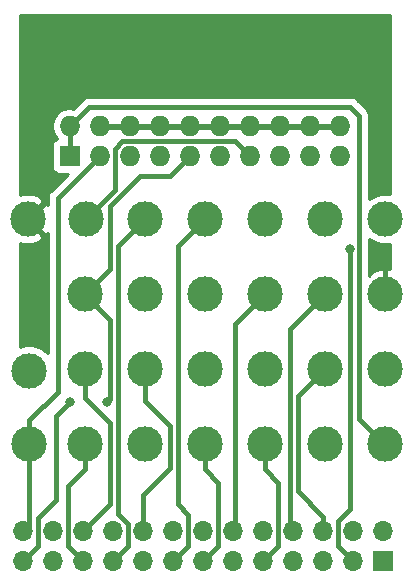
<source format=gbr>
G04 #@! TF.GenerationSoftware,KiCad,Pcbnew,(5.1.9)-1*
G04 #@! TF.CreationDate,2021-02-23T11:48:30+09:00*
G04 #@! TF.ProjectId,debugger,64656275-6767-4657-922e-6b696361645f,rev?*
G04 #@! TF.SameCoordinates,Original*
G04 #@! TF.FileFunction,Copper,L1,Top*
G04 #@! TF.FilePolarity,Positive*
%FSLAX46Y46*%
G04 Gerber Fmt 4.6, Leading zero omitted, Abs format (unit mm)*
G04 Created by KiCad (PCBNEW (5.1.9)-1) date 2021-02-23 11:48:30*
%MOMM*%
%LPD*%
G01*
G04 APERTURE LIST*
G04 #@! TA.AperFunction,ComponentPad*
%ADD10O,1.700000X1.700000*%
G04 #@! TD*
G04 #@! TA.AperFunction,ComponentPad*
%ADD11R,1.700000X1.700000*%
G04 #@! TD*
G04 #@! TA.AperFunction,ComponentPad*
%ADD12R,1.727200X1.727200*%
G04 #@! TD*
G04 #@! TA.AperFunction,ComponentPad*
%ADD13O,1.727200X1.727200*%
G04 #@! TD*
G04 #@! TA.AperFunction,ComponentPad*
%ADD14C,3.000000*%
G04 #@! TD*
G04 #@! TA.AperFunction,ViaPad*
%ADD15C,0.800000*%
G04 #@! TD*
G04 #@! TA.AperFunction,Conductor*
%ADD16C,0.400000*%
G04 #@! TD*
G04 #@! TA.AperFunction,Conductor*
%ADD17C,0.254000*%
G04 #@! TD*
G04 #@! TA.AperFunction,Conductor*
%ADD18C,0.100000*%
G04 #@! TD*
G04 APERTURE END LIST*
D10*
X20828000Y-61595000D03*
X20828000Y-64135000D03*
X23368000Y-61595000D03*
X23368000Y-64135000D03*
X25908000Y-61595000D03*
X25908000Y-64135000D03*
X28448000Y-61595000D03*
X28448000Y-64135000D03*
X30988000Y-61595000D03*
X30988000Y-64135000D03*
X33528000Y-61595000D03*
X33528000Y-64135000D03*
X36068000Y-61595000D03*
X36068000Y-64135000D03*
X38608000Y-61595000D03*
X38608000Y-64135000D03*
X41148000Y-61595000D03*
X41148000Y-64135000D03*
X43688000Y-61595000D03*
X43688000Y-64135000D03*
X46228000Y-61595000D03*
X46228000Y-64135000D03*
X48768000Y-61595000D03*
X48768000Y-64135000D03*
X51308000Y-61595000D03*
D11*
X51308000Y-64135000D03*
D12*
X24765000Y-29845000D03*
D13*
X24765000Y-27305000D03*
X27305000Y-29845000D03*
X27305000Y-27305000D03*
X29845000Y-29845000D03*
X29845000Y-27305000D03*
X32385000Y-29845000D03*
X32385000Y-27305000D03*
X34925000Y-29845000D03*
X34925000Y-27305000D03*
X37465000Y-29845000D03*
X37465000Y-27305000D03*
X40005000Y-29845000D03*
X40005000Y-27305000D03*
X42545000Y-29845000D03*
X42545000Y-27305000D03*
X45085000Y-29845000D03*
X45085000Y-27305000D03*
X47625000Y-29845000D03*
X47625000Y-27305000D03*
D14*
X21209000Y-35179000D03*
X31115000Y-54229000D03*
X31115000Y-35179000D03*
X31115000Y-47879000D03*
X36195000Y-41529000D03*
X36195000Y-35179000D03*
X36195000Y-47879000D03*
X36195000Y-54229000D03*
X41275000Y-41529000D03*
X41275000Y-35179000D03*
X31115000Y-41529000D03*
X41275000Y-47879000D03*
X41275000Y-54229000D03*
X46355000Y-41529000D03*
X46355000Y-35179000D03*
X46355000Y-47879000D03*
X46355000Y-54229000D03*
X51435000Y-35179000D03*
X26035000Y-54229000D03*
X21336000Y-54229000D03*
X26035000Y-47879000D03*
X26162000Y-35179000D03*
X21336000Y-48006000D03*
X26035000Y-41529000D03*
X51435000Y-41529000D03*
X51435000Y-47879000D03*
X51435000Y-54229000D03*
D15*
X51435000Y-28448000D03*
X21209000Y-28448000D03*
X21209000Y-18542000D03*
X51435000Y-18542000D03*
X48475990Y-37719000D03*
X24765000Y-50673002D03*
X27935001Y-50677999D03*
D16*
X51435000Y-41529000D02*
X51435000Y-38989000D01*
X51435000Y-37719000D02*
X51435000Y-41529000D01*
X24765000Y-27305000D02*
X24765000Y-29845000D01*
X48514000Y-25654000D02*
X26416000Y-25654000D01*
X26416000Y-25654000D02*
X24765000Y-27305000D01*
X49276000Y-52070000D02*
X49276000Y-26416000D01*
X51435000Y-54229000D02*
X49276000Y-52070000D01*
X49276000Y-26416000D02*
X48514000Y-25654000D01*
X41148000Y-64135000D02*
X42418000Y-62865000D01*
X42418000Y-62865000D02*
X42418000Y-57493320D01*
X42418000Y-57493320D02*
X41275000Y-56350320D01*
X41275000Y-56350320D02*
X41275000Y-54229000D01*
X44855001Y-43028999D02*
X46355000Y-41529000D01*
X43434000Y-44450000D02*
X44855001Y-43028999D01*
X43434000Y-61341000D02*
X43434000Y-44450000D01*
X43688000Y-61595000D02*
X43434000Y-61341000D01*
X44855001Y-49378999D02*
X46355000Y-47879000D01*
X44069000Y-58233919D02*
X44069000Y-50165000D01*
X46228000Y-60392919D02*
X44069000Y-58233919D01*
X44069000Y-50165000D02*
X44855001Y-49378999D01*
X46228000Y-61595000D02*
X46228000Y-60392919D01*
X48475990Y-59728010D02*
X48475990Y-37719000D01*
X47498000Y-60706000D02*
X48475990Y-59728010D01*
X47498000Y-62865000D02*
X47498000Y-60706000D01*
X48768000Y-64135000D02*
X47498000Y-62865000D01*
X31115000Y-35179000D02*
X28829000Y-37465000D01*
X28829000Y-37465000D02*
X28829000Y-60125998D01*
X28829000Y-60125998D02*
X29718000Y-61014998D01*
X29718000Y-62865000D02*
X29297999Y-63285001D01*
X29718000Y-61014998D02*
X29718000Y-62865000D01*
X29297999Y-63285001D02*
X28448000Y-64135000D01*
X31115000Y-50546000D02*
X31115000Y-50000320D01*
X33274000Y-52705000D02*
X31115000Y-50546000D01*
X33274000Y-56261000D02*
X33274000Y-52705000D01*
X31115000Y-50000320D02*
X31115000Y-47879000D01*
X30988000Y-58547000D02*
X33274000Y-56261000D01*
X30988000Y-61595000D02*
X30988000Y-58547000D01*
X33909000Y-37465000D02*
X34695001Y-36678999D01*
X34695001Y-36678999D02*
X36195000Y-35179000D01*
X33909000Y-59309000D02*
X33909000Y-37465000D01*
X34798000Y-60198000D02*
X33909000Y-59309000D01*
X34798000Y-62865000D02*
X34798000Y-60198000D01*
X33528000Y-64135000D02*
X34798000Y-62865000D01*
X36195000Y-56350320D02*
X36195000Y-54229000D01*
X37338000Y-57493320D02*
X36195000Y-56350320D01*
X37338000Y-62865000D02*
X37338000Y-57493320D01*
X36068000Y-64135000D02*
X37338000Y-62865000D01*
X38735000Y-44069000D02*
X41275000Y-41529000D01*
X38735000Y-61468000D02*
X38735000Y-44069000D01*
X38608000Y-61595000D02*
X38735000Y-61468000D01*
X21336000Y-61087000D02*
X20828000Y-61595000D01*
X21336000Y-54229000D02*
X21336000Y-61087000D01*
X21336000Y-52197000D02*
X21336000Y-54229000D01*
X23749000Y-49784000D02*
X21336000Y-52197000D01*
X23749000Y-33401000D02*
X23749000Y-49784000D01*
X27305000Y-29845000D02*
X23749000Y-33401000D01*
X26035000Y-56350320D02*
X26035000Y-54229000D01*
X24638000Y-57747320D02*
X26035000Y-56350320D01*
X24638000Y-62865000D02*
X24638000Y-57747320D01*
X25908000Y-64135000D02*
X24638000Y-62865000D01*
X38741399Y-28581399D02*
X40005000Y-29845000D01*
X29238471Y-28581399D02*
X38741399Y-28581399D01*
X28581399Y-29238471D02*
X29238471Y-28581399D01*
X28581399Y-32759601D02*
X28581399Y-29238471D01*
X26162000Y-35179000D02*
X28581399Y-32759601D01*
X24365001Y-51073001D02*
X24765000Y-50673002D01*
X23622000Y-58928000D02*
X23622000Y-51816002D01*
X22098000Y-60452000D02*
X23622000Y-58928000D01*
X22098000Y-62865000D02*
X22098000Y-60452000D01*
X23622000Y-51816002D02*
X24365001Y-51073001D01*
X20828000Y-64135000D02*
X22098000Y-62865000D01*
X28194000Y-50409002D02*
X27935001Y-50668001D01*
X28194000Y-43688000D02*
X28194000Y-50409002D01*
X26035000Y-41529000D02*
X28194000Y-43688000D01*
X28194000Y-39370000D02*
X26035000Y-41529000D01*
X30734000Y-31496000D02*
X28194000Y-34036000D01*
X28194000Y-34036000D02*
X28194000Y-39370000D01*
X33274000Y-31496000D02*
X30734000Y-31496000D01*
X34925000Y-29845000D02*
X33274000Y-31496000D01*
X26757999Y-60745001D02*
X25908000Y-61595000D01*
X28194000Y-59309000D02*
X26757999Y-60745001D01*
X28194000Y-52451000D02*
X28194000Y-59309000D01*
X26035000Y-50292000D02*
X28194000Y-52451000D01*
X26035000Y-47879000D02*
X26035000Y-50292000D01*
D17*
X48895000Y-61468000D02*
X48915000Y-61468000D01*
X48915000Y-61722000D01*
X48895000Y-61722000D01*
X48895000Y-61742000D01*
X48641000Y-61742000D01*
X48641000Y-61722000D01*
X48621000Y-61722000D01*
X48621000Y-61468000D01*
X48641000Y-61468000D01*
X48641000Y-61448000D01*
X48895000Y-61448000D01*
X48895000Y-61468000D01*
G04 #@! TA.AperFunction,Conductor*
D18*
G36*
X48895000Y-61468000D02*
G01*
X48915000Y-61468000D01*
X48915000Y-61722000D01*
X48895000Y-61722000D01*
X48895000Y-61742000D01*
X48641000Y-61742000D01*
X48641000Y-61722000D01*
X48621000Y-61722000D01*
X48621000Y-61468000D01*
X48641000Y-61468000D01*
X48641000Y-61448000D01*
X48895000Y-61448000D01*
X48895000Y-61468000D01*
G37*
G04 #@! TD.AperFunction*
D17*
X51908000Y-33096259D02*
X51645279Y-33044000D01*
X51224721Y-33044000D01*
X50812244Y-33126047D01*
X50423698Y-33286988D01*
X50111000Y-33495926D01*
X50111000Y-26457018D01*
X50115040Y-26416000D01*
X50098918Y-26252312D01*
X50051172Y-26094913D01*
X49973636Y-25949854D01*
X49895439Y-25854570D01*
X49895437Y-25854568D01*
X49869291Y-25822709D01*
X49837431Y-25796563D01*
X49133445Y-25092578D01*
X49107291Y-25060709D01*
X48980146Y-24956364D01*
X48835087Y-24878828D01*
X48677689Y-24831082D01*
X48555019Y-24819000D01*
X48555018Y-24819000D01*
X48514000Y-24814960D01*
X48472982Y-24819000D01*
X26457018Y-24819000D01*
X26416000Y-24814960D01*
X26374982Y-24819000D01*
X26374981Y-24819000D01*
X26252311Y-24831082D01*
X26094913Y-24878828D01*
X25949854Y-24956364D01*
X25822709Y-25060709D01*
X25796563Y-25092568D01*
X25054505Y-25834627D01*
X24912599Y-25806400D01*
X24617401Y-25806400D01*
X24327875Y-25863990D01*
X24055147Y-25976958D01*
X23809698Y-26140961D01*
X23600961Y-26349698D01*
X23436958Y-26595147D01*
X23323990Y-26867875D01*
X23266400Y-27157401D01*
X23266400Y-27452599D01*
X23323990Y-27742125D01*
X23436958Y-28014853D01*
X23600961Y-28260302D01*
X23715023Y-28374364D01*
X23657220Y-28391898D01*
X23546906Y-28450863D01*
X23450215Y-28530215D01*
X23370863Y-28626906D01*
X23311898Y-28737220D01*
X23275588Y-28856918D01*
X23263328Y-28981400D01*
X23263328Y-30708600D01*
X23275588Y-30833082D01*
X23311898Y-30952780D01*
X23370863Y-31063094D01*
X23450215Y-31159785D01*
X23546906Y-31239137D01*
X23657220Y-31298102D01*
X23776918Y-31334412D01*
X23901400Y-31346672D01*
X24622461Y-31346672D01*
X23187579Y-32781554D01*
X23155709Y-32807709D01*
X23060856Y-32923289D01*
X23051364Y-32934855D01*
X22973828Y-33079914D01*
X22926082Y-33237312D01*
X22909960Y-33401000D01*
X22914000Y-33442019D01*
X22914000Y-33972429D01*
X22700653Y-33866952D01*
X21388605Y-35179000D01*
X22700653Y-36491048D01*
X22914000Y-36385571D01*
X22914001Y-46564655D01*
X22696983Y-46347637D01*
X22347302Y-46113988D01*
X21958756Y-45953047D01*
X21546279Y-45871000D01*
X21125721Y-45871000D01*
X20713244Y-45953047D01*
X20609000Y-45996226D01*
X20609000Y-37228075D01*
X20832551Y-37291044D01*
X21251824Y-37323902D01*
X21669451Y-37274334D01*
X22069383Y-37144243D01*
X22365038Y-36986214D01*
X22521048Y-36670653D01*
X21209000Y-35358605D01*
X21194858Y-35372748D01*
X21015253Y-35193143D01*
X21029395Y-35179000D01*
X21015253Y-35164858D01*
X21194858Y-34985253D01*
X21209000Y-34999395D01*
X22521048Y-33687347D01*
X22365038Y-33371786D01*
X21990255Y-33180980D01*
X21585449Y-33066956D01*
X21166176Y-33034098D01*
X20748549Y-33083666D01*
X20609000Y-33129059D01*
X20609000Y-17891000D01*
X51908000Y-17891000D01*
X51908000Y-33096259D01*
G04 #@! TA.AperFunction,Conductor*
D18*
G36*
X51908000Y-33096259D02*
G01*
X51645279Y-33044000D01*
X51224721Y-33044000D01*
X50812244Y-33126047D01*
X50423698Y-33286988D01*
X50111000Y-33495926D01*
X50111000Y-26457018D01*
X50115040Y-26416000D01*
X50098918Y-26252312D01*
X50051172Y-26094913D01*
X49973636Y-25949854D01*
X49895439Y-25854570D01*
X49895437Y-25854568D01*
X49869291Y-25822709D01*
X49837431Y-25796563D01*
X49133445Y-25092578D01*
X49107291Y-25060709D01*
X48980146Y-24956364D01*
X48835087Y-24878828D01*
X48677689Y-24831082D01*
X48555019Y-24819000D01*
X48555018Y-24819000D01*
X48514000Y-24814960D01*
X48472982Y-24819000D01*
X26457018Y-24819000D01*
X26416000Y-24814960D01*
X26374982Y-24819000D01*
X26374981Y-24819000D01*
X26252311Y-24831082D01*
X26094913Y-24878828D01*
X25949854Y-24956364D01*
X25822709Y-25060709D01*
X25796563Y-25092568D01*
X25054505Y-25834627D01*
X24912599Y-25806400D01*
X24617401Y-25806400D01*
X24327875Y-25863990D01*
X24055147Y-25976958D01*
X23809698Y-26140961D01*
X23600961Y-26349698D01*
X23436958Y-26595147D01*
X23323990Y-26867875D01*
X23266400Y-27157401D01*
X23266400Y-27452599D01*
X23323990Y-27742125D01*
X23436958Y-28014853D01*
X23600961Y-28260302D01*
X23715023Y-28374364D01*
X23657220Y-28391898D01*
X23546906Y-28450863D01*
X23450215Y-28530215D01*
X23370863Y-28626906D01*
X23311898Y-28737220D01*
X23275588Y-28856918D01*
X23263328Y-28981400D01*
X23263328Y-30708600D01*
X23275588Y-30833082D01*
X23311898Y-30952780D01*
X23370863Y-31063094D01*
X23450215Y-31159785D01*
X23546906Y-31239137D01*
X23657220Y-31298102D01*
X23776918Y-31334412D01*
X23901400Y-31346672D01*
X24622461Y-31346672D01*
X23187579Y-32781554D01*
X23155709Y-32807709D01*
X23060856Y-32923289D01*
X23051364Y-32934855D01*
X22973828Y-33079914D01*
X22926082Y-33237312D01*
X22909960Y-33401000D01*
X22914000Y-33442019D01*
X22914000Y-33972429D01*
X22700653Y-33866952D01*
X21388605Y-35179000D01*
X22700653Y-36491048D01*
X22914000Y-36385571D01*
X22914001Y-46564655D01*
X22696983Y-46347637D01*
X22347302Y-46113988D01*
X21958756Y-45953047D01*
X21546279Y-45871000D01*
X21125721Y-45871000D01*
X20713244Y-45953047D01*
X20609000Y-45996226D01*
X20609000Y-37228075D01*
X20832551Y-37291044D01*
X21251824Y-37323902D01*
X21669451Y-37274334D01*
X22069383Y-37144243D01*
X22365038Y-36986214D01*
X22521048Y-36670653D01*
X21209000Y-35358605D01*
X21194858Y-35372748D01*
X21015253Y-35193143D01*
X21029395Y-35179000D01*
X21015253Y-35164858D01*
X21194858Y-34985253D01*
X21209000Y-34999395D01*
X22521048Y-33687347D01*
X22365038Y-33371786D01*
X21990255Y-33180980D01*
X21585449Y-33066956D01*
X21166176Y-33034098D01*
X20748549Y-33083666D01*
X20609000Y-33129059D01*
X20609000Y-17891000D01*
X51908000Y-17891000D01*
X51908000Y-33096259D01*
G37*
G04 #@! TD.AperFunction*
D17*
X51628748Y-41514858D02*
X51614605Y-41529000D01*
X51628748Y-41543143D01*
X51449143Y-41722748D01*
X51435000Y-41708605D01*
X51420858Y-41722748D01*
X51241253Y-41543143D01*
X51255395Y-41529000D01*
X51241253Y-41514858D01*
X51420858Y-41335253D01*
X51435000Y-41349395D01*
X51449143Y-41335253D01*
X51628748Y-41514858D01*
G04 #@! TA.AperFunction,Conductor*
D18*
G36*
X51628748Y-41514858D02*
G01*
X51614605Y-41529000D01*
X51628748Y-41543143D01*
X51449143Y-41722748D01*
X51435000Y-41708605D01*
X51420858Y-41722748D01*
X51241253Y-41543143D01*
X51255395Y-41529000D01*
X51241253Y-41514858D01*
X51420858Y-41335253D01*
X51435000Y-41349395D01*
X51449143Y-41335253D01*
X51628748Y-41514858D01*
G37*
G04 #@! TD.AperFunction*
D17*
X50423698Y-37071012D02*
X50812244Y-37231953D01*
X51224721Y-37314000D01*
X51645279Y-37314000D01*
X51908000Y-37261741D01*
X51908000Y-39444152D01*
X51811449Y-39416956D01*
X51392176Y-39384098D01*
X50974549Y-39433666D01*
X50574617Y-39563757D01*
X50278962Y-39721786D01*
X50122953Y-40037345D01*
X50111000Y-40025392D01*
X50111000Y-36862074D01*
X50423698Y-37071012D01*
G04 #@! TA.AperFunction,Conductor*
D18*
G36*
X50423698Y-37071012D02*
G01*
X50812244Y-37231953D01*
X51224721Y-37314000D01*
X51645279Y-37314000D01*
X51908000Y-37261741D01*
X51908000Y-39444152D01*
X51811449Y-39416956D01*
X51392176Y-39384098D01*
X50974549Y-39433666D01*
X50574617Y-39563757D01*
X50278962Y-39721786D01*
X50122953Y-40037345D01*
X50111000Y-40025392D01*
X50111000Y-36862074D01*
X50423698Y-37071012D01*
G37*
G04 #@! TD.AperFunction*
D17*
X27432000Y-27178000D02*
X29718000Y-27178000D01*
X29718000Y-27158000D01*
X29972000Y-27158000D01*
X29972000Y-27178000D01*
X32258000Y-27178000D01*
X32258000Y-27158000D01*
X32512000Y-27158000D01*
X32512000Y-27178000D01*
X34798000Y-27178000D01*
X34798000Y-27158000D01*
X35052000Y-27158000D01*
X35052000Y-27178000D01*
X37338000Y-27178000D01*
X37338000Y-27158000D01*
X37592000Y-27158000D01*
X37592000Y-27178000D01*
X39878000Y-27178000D01*
X39878000Y-27158000D01*
X40132000Y-27158000D01*
X40132000Y-27178000D01*
X42418000Y-27178000D01*
X42418000Y-27158000D01*
X42672000Y-27158000D01*
X42672000Y-27178000D01*
X44958000Y-27178000D01*
X44958000Y-27158000D01*
X45212000Y-27158000D01*
X45212000Y-27178000D01*
X47498000Y-27178000D01*
X47498000Y-27158000D01*
X47752000Y-27158000D01*
X47752000Y-27178000D01*
X47772000Y-27178000D01*
X47772000Y-27432000D01*
X47752000Y-27432000D01*
X47752000Y-27452000D01*
X47498000Y-27452000D01*
X47498000Y-27432000D01*
X45212000Y-27432000D01*
X45212000Y-27452000D01*
X44958000Y-27452000D01*
X44958000Y-27432000D01*
X42672000Y-27432000D01*
X42672000Y-27452000D01*
X42418000Y-27452000D01*
X42418000Y-27432000D01*
X40132000Y-27432000D01*
X40132000Y-27452000D01*
X39878000Y-27452000D01*
X39878000Y-27432000D01*
X37592000Y-27432000D01*
X37592000Y-27452000D01*
X37338000Y-27452000D01*
X37338000Y-27432000D01*
X35052000Y-27432000D01*
X35052000Y-27452000D01*
X34798000Y-27452000D01*
X34798000Y-27432000D01*
X32512000Y-27432000D01*
X32512000Y-27452000D01*
X32258000Y-27452000D01*
X32258000Y-27432000D01*
X29972000Y-27432000D01*
X29972000Y-27452000D01*
X29718000Y-27452000D01*
X29718000Y-27432000D01*
X27432000Y-27432000D01*
X27432000Y-27452000D01*
X27178000Y-27452000D01*
X27178000Y-27432000D01*
X27158000Y-27432000D01*
X27158000Y-27178000D01*
X27178000Y-27178000D01*
X27178000Y-27158000D01*
X27432000Y-27158000D01*
X27432000Y-27178000D01*
G04 #@! TA.AperFunction,Conductor*
D18*
G36*
X27432000Y-27178000D02*
G01*
X29718000Y-27178000D01*
X29718000Y-27158000D01*
X29972000Y-27158000D01*
X29972000Y-27178000D01*
X32258000Y-27178000D01*
X32258000Y-27158000D01*
X32512000Y-27158000D01*
X32512000Y-27178000D01*
X34798000Y-27178000D01*
X34798000Y-27158000D01*
X35052000Y-27158000D01*
X35052000Y-27178000D01*
X37338000Y-27178000D01*
X37338000Y-27158000D01*
X37592000Y-27158000D01*
X37592000Y-27178000D01*
X39878000Y-27178000D01*
X39878000Y-27158000D01*
X40132000Y-27158000D01*
X40132000Y-27178000D01*
X42418000Y-27178000D01*
X42418000Y-27158000D01*
X42672000Y-27158000D01*
X42672000Y-27178000D01*
X44958000Y-27178000D01*
X44958000Y-27158000D01*
X45212000Y-27158000D01*
X45212000Y-27178000D01*
X47498000Y-27178000D01*
X47498000Y-27158000D01*
X47752000Y-27158000D01*
X47752000Y-27178000D01*
X47772000Y-27178000D01*
X47772000Y-27432000D01*
X47752000Y-27432000D01*
X47752000Y-27452000D01*
X47498000Y-27452000D01*
X47498000Y-27432000D01*
X45212000Y-27432000D01*
X45212000Y-27452000D01*
X44958000Y-27452000D01*
X44958000Y-27432000D01*
X42672000Y-27432000D01*
X42672000Y-27452000D01*
X42418000Y-27452000D01*
X42418000Y-27432000D01*
X40132000Y-27432000D01*
X40132000Y-27452000D01*
X39878000Y-27452000D01*
X39878000Y-27432000D01*
X37592000Y-27432000D01*
X37592000Y-27452000D01*
X37338000Y-27452000D01*
X37338000Y-27432000D01*
X35052000Y-27432000D01*
X35052000Y-27452000D01*
X34798000Y-27452000D01*
X34798000Y-27432000D01*
X32512000Y-27432000D01*
X32512000Y-27452000D01*
X32258000Y-27452000D01*
X32258000Y-27432000D01*
X29972000Y-27432000D01*
X29972000Y-27452000D01*
X29718000Y-27452000D01*
X29718000Y-27432000D01*
X27432000Y-27432000D01*
X27432000Y-27452000D01*
X27178000Y-27452000D01*
X27178000Y-27432000D01*
X27158000Y-27432000D01*
X27158000Y-27178000D01*
X27178000Y-27178000D01*
X27178000Y-27158000D01*
X27432000Y-27158000D01*
X27432000Y-27178000D01*
G37*
G04 #@! TD.AperFunction*
M02*

</source>
